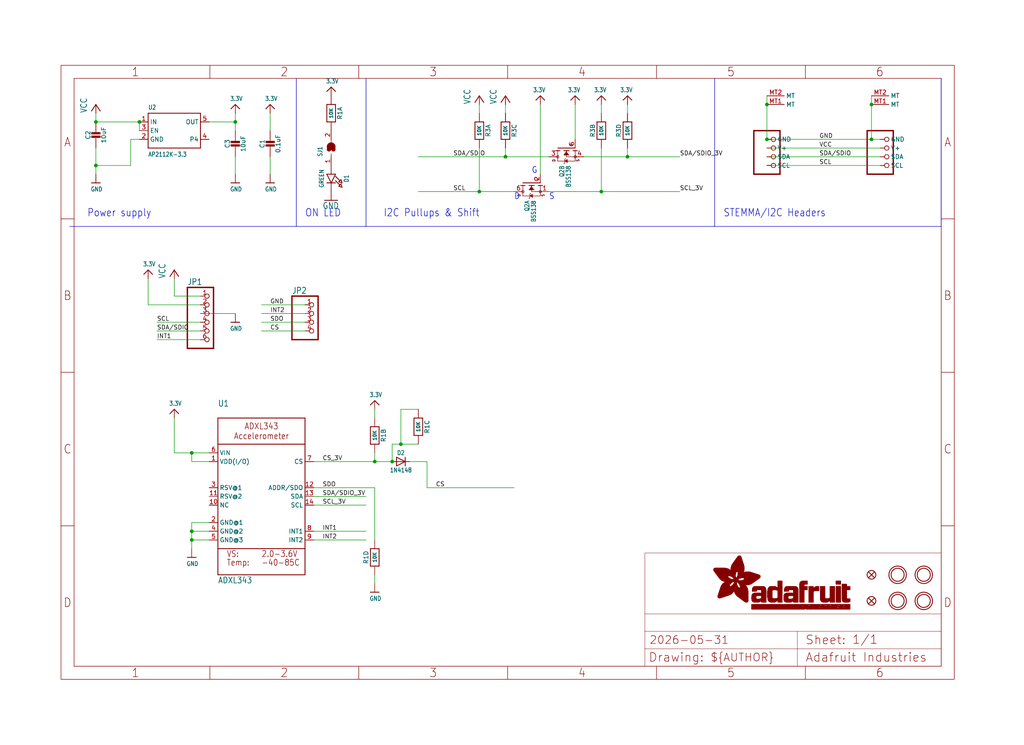
<source format=kicad_sch>
(kicad_sch (version 20230121) (generator eeschema)
  (paper "User" 298.45 217.322)
  (lib_symbols
    (symbol "working-eagle-import:3.3V" (power)
      (property "Value" "3.3V" (at -1.524 1.016 0))
      (symbol "3.3V_1_0"
        (pin power_in line (at 0 -2.54 90) (length 2.54) (name "3.3V") (number "1"))
      )
    )
    (symbol "working-eagle-import:ACCEL_ADXL343"
      (property "Reference" "U" (at -12.7 26.162 0))
      (symbol "ACCEL_ADXL343_1_0"
        (text "-40-85C" (at 0 -20.32 0) (effects (font (size 1.778 1.5113)) (justify left bottom)))
        (text "2.0-3.6V" (at 0 -17.78 0) (effects (font (size 1.778 1.5113)) (justify left bottom)))
        (text "ADXL343\nAccelerometer" (at 0 19.05 0) (effects (font (size 1.778 1.5113))))
        (text "Temp:" (at -10.16 -20.32 0) (effects (font (size 1.778 1.5113)) (justify left bottom)))
        (text "VS:" (at -10.16 -17.78 0) (effects (font (size 1.778 1.5113)) (justify left bottom)))
        (pin bidirectional line (at -15.24 10.16 0) (length 2.54) (name "VDD(I/O)") (number "1"))
        (pin bidirectional line (at -15.24 -2.54 0) (length 2.54) (name "NC") (number "10"))
        (pin bidirectional line (at -15.24 0 0) (length 2.54) (name "RSV@2") (number "11"))
        (pin bidirectional line (at 15.24 2.54 180) (length 2.54) (name "ADDR/SDO") (number "12"))
        (pin bidirectional line (at 15.24 0 180) (length 2.54) (name "SDA") (number "13"))
        (pin bidirectional line (at 15.24 -2.54 180) (length 2.54) (name "SCL") (number "14"))
        (pin bidirectional line (at -15.24 -7.62 0) (length 2.54) (name "GND@1") (number "2"))
        (pin bidirectional line (at -15.24 2.54 0) (length 2.54) (name "RSV@1") (number "3"))
        (pin bidirectional line (at -15.24 -10.16 0) (length 2.54) (name "GND@2") (number "4"))
        (pin bidirectional line (at -15.24 -12.7 0) (length 2.54) (name "GND@3") (number "5"))
        (pin bidirectional line (at -15.24 12.7 0) (length 2.54) (name "VIN") (number "6"))
        (pin bidirectional line (at 15.24 10.16 180) (length 2.54) (name "CS") (number "7"))
        (pin bidirectional line (at 15.24 -10.16 180) (length 2.54) (name "INT1") (number "8"))
        (pin bidirectional line (at 15.24 -12.7 180) (length 2.54) (name "INT2") (number "9"))
      )
    )
    (symbol "working-eagle-import:CAP_CERAMIC0603_NO"
      (property "Reference" "C" (at -2.29 1.25 90))
      (symbol "CAP_CERAMIC0603_NO_1_0"
        (pin passive line (at 0 5.08 270) (length 2.54) (name "1") (number "1"))
        (pin passive line (at 0 -2.54 90) (length 2.54) (name "2") (number "2"))
      )
    )
    (symbol "working-eagle-import:CAP_CERAMIC0805-NOOUTLINE"
      (property "Reference" "C" (at -2.29 1.25 90))
      (symbol "CAP_CERAMIC0805-NOOUTLINE_1_0"
        (pin passive line (at 0 5.08 270) (length 2.54) (name "1") (number "1"))
        (pin passive line (at 0 -2.54 90) (length 2.54) (name "2") (number "2"))
      )
    )
    (symbol "working-eagle-import:CAP_CERAMIC_0805MP"
      (property "Reference" "C" (at -2.29 1.25 90))
      (symbol "CAP_CERAMIC_0805MP_1_0"
        (pin passive line (at 0 5.08 270) (length 2.54) (name "1") (number "1"))
        (pin passive line (at 0 -2.54 90) (length 2.54) (name "2") (number "2"))
      )
    )
    (symbol "working-eagle-import:DIODESOD-323"
      (property "Reference" "D" (at 0 2.54 0))
      (symbol "DIODESOD-323_1_0"
        (pin passive line (at -2.54 0 0) (length 2.54) (name "A") (number "A"))
        (pin passive line (at 2.54 0 180) (length 2.54) (name "C") (number "C"))
      )
    )
    (symbol "working-eagle-import:FIDUCIAL_1MM")
    (symbol "working-eagle-import:FRAME_A4_ADAFRUIT"
      (symbol "FRAME_A4_ADAFRUIT_1_0"
        (text "${#}/${##}" (at 230.505 10.16 0) (effects (font (size 2.54 2.54)) (justify left bottom)))
        (text "${AUTHOR}" (at 189.23 5.08 0) (effects (font (size 2.286 2.286)) (justify left bottom)))
        (text "${CURRENT_DATE}" (at 171.45 10.16 0) (effects (font (size 2.286 2.286)) (justify left bottom)))
        (text "${PROJECTNAME}" (at 171.45 15.24 0) (effects (font (size 2.54 2.54)) (justify left bottom)))
        (text "1" (at 21.6958 1.905 0) (effects (font (size 2.54 2.286))))
        (text "1" (at 21.6958 177.165 0) (effects (font (size 2.54 2.286))))
        (text "2" (at 65.0875 1.905 0) (effects (font (size 2.54 2.286))))
        (text "2" (at 65.0875 177.165 0) (effects (font (size 2.54 2.286))))
        (text "3" (at 108.4792 1.905 0) (effects (font (size 2.54 2.286))))
        (text "3" (at 108.4792 177.165 0) (effects (font (size 2.54 2.286))))
        (text "4" (at 151.8708 1.905 0) (effects (font (size 2.54 2.286))))
        (text "4" (at 151.8708 177.165 0) (effects (font (size 2.54 2.286))))
        (text "5" (at 195.2625 1.905 0) (effects (font (size 2.54 2.286))))
        (text "5" (at 195.2625 177.165 0) (effects (font (size 2.54 2.286))))
        (text "6" (at 238.6542 1.905 0) (effects (font (size 2.54 2.286))))
        (text "6" (at 238.6542 177.165 0) (effects (font (size 2.54 2.286))))
        (text "A" (at 1.905 156.6863 0) (effects (font (size 2.54 2.286))))
        (text "A" (at 258.445 156.6863 0) (effects (font (size 2.54 2.286))))
        (text "Adafruit Industries" (at 216.916 4.953 0) (effects (font (size 2.54 2.54)) (justify left bottom)))
        (text "B" (at 1.905 111.9188 0) (effects (font (size 2.54 2.286))))
        (text "B" (at 258.445 111.9188 0) (effects (font (size 2.54 2.286))))
        (text "C" (at 1.905 67.1513 0) (effects (font (size 2.54 2.286))))
        (text "C" (at 258.445 67.1513 0) (effects (font (size 2.54 2.286))))
        (text "D" (at 1.905 22.3838 0) (effects (font (size 2.54 2.286))))
        (text "D" (at 258.445 22.3838 0) (effects (font (size 2.54 2.286))))
        (text "Drawing:" (at 171.196 4.953 0) (effects (font (size 2.54 2.54)) (justify left bottom)))
        (text "Sheet:" (at 216.916 10.033 0) (effects (font (size 2.54 2.54)) (justify left bottom)))
      )
    )
    (symbol "working-eagle-import:GND" (power)
      (property "Value" "GND" (at -1.524 -2.54 0))
      (symbol "GND_1_0"
        (pin power_in line (at 0 2.54 270) (length 2.54) (name "GND") (number "1"))
      )
    )
    (symbol "working-eagle-import:HEADER-1X4ROUND"
      (property "Reference" "JP" (at -6.35 8.255 0))
      (symbol "HEADER-1X4ROUND_1_0"
        (pin passive inverted (at -2.54 5.08 0) (length 2.54) (name "1") (number "1"))
        (pin passive inverted (at -2.54 2.54 0) (length 2.54) (name "2") (number "2"))
        (pin passive inverted (at -2.54 0 0) (length 2.54) (name "3") (number "3"))
        (pin passive inverted (at -2.54 -2.54 0) (length 2.54) (name "4") (number "4"))
      )
    )
    (symbol "working-eagle-import:HEADER-1X670MIL"
      (property "Reference" "JP" (at -6.35 10.795 0))
      (symbol "HEADER-1X670MIL_1_0"
        (pin passive inverted (at -2.54 7.62 0) (length 2.54) (name "1") (number "1"))
        (pin passive inverted (at -2.54 5.08 0) (length 2.54) (name "2") (number "2"))
        (pin passive inverted (at -2.54 2.54 0) (length 2.54) (name "3") (number "3"))
        (pin passive inverted (at -2.54 0 0) (length 2.54) (name "4") (number "4"))
        (pin passive inverted (at -2.54 -2.54 0) (length 2.54) (name "5") (number "5"))
        (pin passive inverted (at -2.54 -5.08 0) (length 2.54) (name "6") (number "6"))
      )
    )
    (symbol "working-eagle-import:LED0603_NOOUTLINE"
      (property "Reference" "D" (at -1.27 4.445 0))
      (symbol "LED0603_NOOUTLINE_1_0"
        (pin passive line (at -5.08 0 0) (length 2.54) (name "A") (number "A"))
        (pin passive line (at 2.54 0 180) (length 2.54) (name "C") (number "C"))
      )
    )
    (symbol "working-eagle-import:MOSFET-N_DUAL"
      (property "Reference" "Q" (at 5.08 0.635 0))
      (symbol "MOSFET-N_DUAL_1_0"
        (text "D" (at 3.175 3.175 0) (effects (font (size 0.8128 0.6908)) (justify left bottom)))
        (text "G" (at -1.27 -1.905 0) (effects (font (size 0.8128 0.6908)) (justify left bottom)))
        (text "S" (at 3.175 -3.81 0) (effects (font (size 0.8128 0.6908)) (justify left bottom)))
        (pin bidirectional line (at 2.54 -5.08 90) (length 2.54) (name "S") (number "1"))
        (pin bidirectional line (at -2.54 -2.54 0) (length 2.54) (name "G") (number "2"))
        (pin bidirectional line (at 2.54 5.08 270) (length 2.54) (name "D") (number "6"))
      )
      (symbol "MOSFET-N_DUAL_2_0"
        (text "D" (at 3.175 3.175 0) (effects (font (size 0.8128 0.6908)) (justify left bottom)))
        (text "G" (at -1.27 -1.905 0) (effects (font (size 0.8128 0.6908)) (justify left bottom)))
        (text "S" (at 3.175 -3.81 0) (effects (font (size 0.8128 0.6908)) (justify left bottom)))
        (pin bidirectional line (at 2.54 5.08 270) (length 2.54) (name "D") (number "3"))
        (pin bidirectional line (at 2.54 -5.08 90) (length 2.54) (name "S") (number "4"))
        (pin bidirectional line (at -2.54 -2.54 0) (length 2.54) (name "G") (number "5"))
      )
    )
    (symbol "working-eagle-import:MOUNTINGHOLE2.5")
    (symbol "working-eagle-import:RESISTOR_4PACK"
      (property "Reference" "R" (at 0 2.54 0))
      (symbol "RESISTOR_4PACK_1_0"
        (pin passive line (at -5.08 0 0) (length 2.54) (name "1") (number "1"))
        (pin passive line (at 5.08 0 180) (length 2.54) (name "2") (number "8"))
      )
      (symbol "RESISTOR_4PACK_2_0"
        (pin passive line (at -5.08 0 0) (length 2.54) (name "1") (number "2"))
        (pin passive line (at 5.08 0 180) (length 2.54) (name "2") (number "7"))
      )
      (symbol "RESISTOR_4PACK_3_0"
        (pin passive line (at -5.08 0 0) (length 2.54) (name "1") (number "3"))
        (pin passive line (at 5.08 0 180) (length 2.54) (name "2") (number "6"))
      )
      (symbol "RESISTOR_4PACK_4_0"
        (pin passive line (at -5.08 0 0) (length 2.54) (name "1") (number "4"))
        (pin passive line (at 5.08 0 180) (length 2.54) (name "2") (number "5"))
      )
    )
    (symbol "working-eagle-import:SOLDERJUMPERCLOSED"
      (property "Reference" "SJ" (at -2.54 2.54 0))
      (symbol "SOLDERJUMPERCLOSED_1_0"
        (pin passive line (at -5.08 0 0) (length 2.54) (name "1") (number "1"))
        (pin passive line (at 5.08 0 180) (length 2.54) (name "2") (number "2"))
      )
    )
    (symbol "working-eagle-import:STEMMA_I2C_QT"
      (symbol "STEMMA_I2C_QT_1_0"
        (pin passive inverted (at 0 5.08 0) (length 2.54) (name "GND") (number "1"))
        (pin passive inverted (at 0 2.54 0) (length 2.54) (name "V+") (number "2"))
        (pin passive inverted (at 0 0 0) (length 2.54) (name "SDA") (number "3"))
        (pin passive inverted (at 0 -2.54 0) (length 2.54) (name "SCL") (number "4"))
      )
      (symbol "STEMMA_I2C_QT_2_0"
        (pin bidirectional line (at 0 0 0) (length 5.08) (name "MT") (number "MT1"))
      )
      (symbol "STEMMA_I2C_QT_3_0"
        (pin bidirectional line (at 0 0 0) (length 5.08) (name "MT") (number "MT2"))
      )
    )
    (symbol "working-eagle-import:VCC" (power)
      (property "Value" "VCC" (at -2.54 -2.54 90))
      (symbol "VCC_1_0"
        (pin power_in line (at 0 -2.54 90) (length 2.54) (name "VCC") (number "1"))
      )
    )
    (symbol "working-eagle-import:VREG_SOT23-5"
      (property "Reference" "U" (at -7.62 6.096 0))
      (symbol "VREG_SOT23-5_1_0"
        (pin power_in line (at -10.16 2.54 0) (length 2.54) (name "IN") (number "1"))
        (pin power_in line (at -10.16 -2.54 0) (length 2.54) (name "GND") (number "2"))
        (pin input line (at -10.16 0 0) (length 2.54) (name "EN") (number "3"))
        (pin bidirectional line (at 10.16 -2.54 180) (length 2.54) (name "P4") (number "4"))
        (pin power_in line (at 10.16 2.54 180) (length 2.54) (name "OUT") (number "5"))
      )
    )
    (symbol "working-eagle-import:adafruit_power_3.3V" (power)
      (property "Value" "adafruit_power_3.3V" (at -1.524 1.016 0))
      (symbol "adafruit_power_3.3V_1_0"
        (pin power_in line (at 0 -2.54 90) (length 2.54) (name "3.3V") (number "1"))
      )
    )
    (symbol "working-eagle-import:supply1_GND" (power)
      (property "Value" "supply1_GND" (at -2.54 -2.54 0))
      (symbol "supply1_GND_1_0"
        (pin power_in line (at 0 2.54 270) (length 2.54) (name "GND") (number "1"))
      )
    )
  )
  (junction (at 116.84 129.54))
  (junction (at 223.52 30.48))
  (junction (at 68.58 35.56))
  (junction (at 139.7 55.88))
  (junction (at 175.26 55.88))
  (junction (at 109.22 134.62))
  (junction (at 27.94 35.56))
  (junction (at 55.88 132.08))
  (junction (at 254 40.64))
  (junction (at 114.3 134.62))
  (junction (at 182.88 45.72))
  (junction (at 55.88 157.48))
  (junction (at 55.88 154.94))
  (junction (at 147.32 45.72))
  (junction (at 223.52 40.64))
  (junction (at 27.94 48.26))
  (junction (at 40.64 35.56))
  (junction (at 254 30.48))
  (wire (pts (xy 254 27.94) (xy 254 30.48)) (stroke (width 0.1524)))
  (polyline (pts (xy 106.68 66.04) (xy 208.28 66.04)) (stroke (width 0.1524) (type solid)))
  (polyline (pts (xy 20.32 66.04) (xy 86.36 66.04)) (stroke (width 0.1524) (type solid)))
  (wire (pts (xy 167.64 40.64) (xy 167.64 30.48)) (stroke (width 0.1524)))
  (wire (pts (xy 124.46 134.62) (xy 124.46 142.24)) (stroke (width 0.1524)))
  (wire (pts (xy 109.22 167.64) (xy 109.22 170.18)) (stroke (width 0.1524)))
  (wire (pts (xy 182.88 43.18) (xy 182.88 45.72)) (stroke (width 0.1524)))
  (wire (pts (xy 55.88 132.08) (xy 60.96 132.08)) (stroke (width 0.1524)))
  (wire (pts (xy 27.94 48.26) (xy 27.94 50.8)) (stroke (width 0.1524)))
  (wire (pts (xy 55.88 157.48) (xy 55.88 160.02)) (stroke (width 0.1524)))
  (wire (pts (xy 109.22 134.62) (xy 109.22 132.08)) (stroke (width 0.1524)))
  (polyline (pts (xy 208.28 66.04) (xy 274.32 66.04)) (stroke (width 0.1524) (type solid)))
  (wire (pts (xy 78.74 45.72) (xy 78.74 50.8)) (stroke (width 0.1524)))
  (wire (pts (xy 109.22 142.24) (xy 109.22 157.48)) (stroke (width 0.1524)))
  (polyline (pts (xy 274.32 22.86) (xy 274.32 66.04)) (stroke (width 0.1524) (type solid)))
  (wire (pts (xy 157.48 50.8) (xy 157.48 30.48)) (stroke (width 0.1524)))
  (wire (pts (xy 68.58 45.72) (xy 68.58 50.8)) (stroke (width 0.1524)))
  (polyline (pts (xy 86.36 22.86) (xy 86.36 66.04)) (stroke (width 0.1524) (type solid)))
  (wire (pts (xy 58.42 96.52) (xy 45.72 96.52)) (stroke (width 0.1524)))
  (wire (pts (xy 182.88 33.02) (xy 182.88 30.48)) (stroke (width 0.1524)))
  (wire (pts (xy 88.9 96.52) (xy 76.2 96.52)) (stroke (width 0.1524)))
  (wire (pts (xy 58.42 99.06) (xy 45.72 99.06)) (stroke (width 0.1524)))
  (wire (pts (xy 91.44 157.48) (xy 106.68 157.48)) (stroke (width 0.1524)))
  (wire (pts (xy 121.92 119.38) (xy 116.84 119.38)) (stroke (width 0.1524)))
  (wire (pts (xy 147.32 43.18) (xy 147.32 45.72)) (stroke (width 0.1524)))
  (wire (pts (xy 175.26 55.88) (xy 198.12 55.88)) (stroke (width 0.1524)))
  (wire (pts (xy 43.18 88.9) (xy 43.18 81.28)) (stroke (width 0.1524)))
  (wire (pts (xy 50.8 132.08) (xy 55.88 132.08)) (stroke (width 0.1524)))
  (wire (pts (xy 40.64 35.56) (xy 27.94 35.56)) (stroke (width 0.1524)))
  (wire (pts (xy 139.7 30.48) (xy 139.7 33.02)) (stroke (width 0.1524)))
  (wire (pts (xy 114.3 134.62) (xy 114.3 129.54)) (stroke (width 0.1524)))
  (wire (pts (xy 58.42 86.36) (xy 50.8 86.36)) (stroke (width 0.1524)))
  (wire (pts (xy 40.64 38.1) (xy 40.64 35.56)) (stroke (width 0.1524)))
  (wire (pts (xy 60.96 157.48) (xy 55.88 157.48)) (stroke (width 0.1524)))
  (wire (pts (xy 175.26 33.02) (xy 175.26 30.48)) (stroke (width 0.1524)))
  (wire (pts (xy 38.1 48.26) (xy 27.94 48.26)) (stroke (width 0.1524)))
  (wire (pts (xy 88.9 93.98) (xy 76.2 93.98)) (stroke (width 0.1524)))
  (wire (pts (xy 91.44 144.78) (xy 106.68 144.78)) (stroke (width 0.1524)))
  (wire (pts (xy 60.96 152.4) (xy 55.88 152.4)) (stroke (width 0.1524)))
  (wire (pts (xy 124.46 134.62) (xy 119.38 134.62)) (stroke (width 0.1524)))
  (wire (pts (xy 58.42 93.98) (xy 45.72 93.98)) (stroke (width 0.1524)))
  (wire (pts (xy 254 40.64) (xy 223.52 40.64)) (stroke (width 0.1524)))
  (wire (pts (xy 55.88 134.62) (xy 55.88 132.08)) (stroke (width 0.1524)))
  (wire (pts (xy 88.9 88.9) (xy 76.2 88.9)) (stroke (width 0.1524)))
  (wire (pts (xy 124.46 142.24) (xy 149.86 142.24)) (stroke (width 0.1524)))
  (wire (pts (xy 116.84 119.38) (xy 116.84 129.54)) (stroke (width 0.1524)))
  (wire (pts (xy 60.96 154.94) (xy 55.88 154.94)) (stroke (width 0.1524)))
  (wire (pts (xy 109.22 134.62) (xy 91.44 134.62)) (stroke (width 0.1524)))
  (wire (pts (xy 27.94 48.26) (xy 27.94 43.18)) (stroke (width 0.1524)))
  (wire (pts (xy 55.88 154.94) (xy 55.88 157.48)) (stroke (width 0.1524)))
  (wire (pts (xy 60.96 134.62) (xy 55.88 134.62)) (stroke (width 0.1524)))
  (wire (pts (xy 147.32 45.72) (xy 121.92 45.72)) (stroke (width 0.1524)))
  (wire (pts (xy 60.96 35.56) (xy 68.58 35.56)) (stroke (width 0.1524)))
  (wire (pts (xy 175.26 43.18) (xy 175.26 55.88)) (stroke (width 0.1524)))
  (wire (pts (xy 182.88 45.72) (xy 198.12 45.72)) (stroke (width 0.1524)))
  (wire (pts (xy 50.8 86.36) (xy 50.8 81.28)) (stroke (width 0.1524)))
  (polyline (pts (xy 106.68 22.86) (xy 106.68 66.04)) (stroke (width 0.1524) (type solid)))
  (wire (pts (xy 223.52 43.18) (xy 256.54 43.18)) (stroke (width 0.1524)))
  (wire (pts (xy 91.44 147.32) (xy 106.68 147.32)) (stroke (width 0.1524)))
  (wire (pts (xy 160.02 55.88) (xy 175.26 55.88)) (stroke (width 0.1524)))
  (wire (pts (xy 38.1 40.64) (xy 38.1 48.26)) (stroke (width 0.1524)))
  (wire (pts (xy 223.52 30.48) (xy 223.52 40.64)) (stroke (width 0.1524)))
  (wire (pts (xy 78.74 33.02) (xy 78.74 38.1)) (stroke (width 0.1524)))
  (wire (pts (xy 91.44 142.24) (xy 109.22 142.24)) (stroke (width 0.1524)))
  (wire (pts (xy 116.84 129.54) (xy 121.92 129.54)) (stroke (width 0.1524)))
  (wire (pts (xy 256.54 45.72) (xy 223.52 45.72)) (stroke (width 0.1524)))
  (wire (pts (xy 139.7 43.18) (xy 139.7 55.88)) (stroke (width 0.1524)))
  (wire (pts (xy 50.8 132.08) (xy 50.8 121.92)) (stroke (width 0.1524)))
  (polyline (pts (xy 208.28 22.86) (xy 208.28 66.04)) (stroke (width 0.1524) (type solid)))
  (wire (pts (xy 139.7 55.88) (xy 121.92 55.88)) (stroke (width 0.1524)))
  (wire (pts (xy 160.02 45.72) (xy 147.32 45.72)) (stroke (width 0.1524)))
  (wire (pts (xy 147.32 33.02) (xy 147.32 30.48)) (stroke (width 0.1524)))
  (wire (pts (xy 55.88 152.4) (xy 55.88 154.94)) (stroke (width 0.1524)))
  (wire (pts (xy 40.64 40.64) (xy 38.1 40.64)) (stroke (width 0.1524)))
  (wire (pts (xy 223.52 27.94) (xy 223.52 30.48)) (stroke (width 0.1524)))
  (wire (pts (xy 254 30.48) (xy 254 40.64)) (stroke (width 0.1524)))
  (wire (pts (xy 109.22 119.38) (xy 109.22 121.92)) (stroke (width 0.1524)))
  (wire (pts (xy 223.52 48.26) (xy 256.54 48.26)) (stroke (width 0.1524)))
  (wire (pts (xy 68.58 35.56) (xy 68.58 38.1)) (stroke (width 0.1524)))
  (wire (pts (xy 91.44 154.94) (xy 106.68 154.94)) (stroke (width 0.1524)))
  (wire (pts (xy 58.42 88.9) (xy 43.18 88.9)) (stroke (width 0.1524)))
  (wire (pts (xy 170.18 45.72) (xy 182.88 45.72)) (stroke (width 0.1524)))
  (wire (pts (xy 149.86 55.88) (xy 139.7 55.88)) (stroke (width 0.1524)))
  (wire (pts (xy 68.58 35.56) (xy 68.58 33.02)) (stroke (width 0.1524)))
  (polyline (pts (xy 86.36 66.04) (xy 106.68 66.04)) (stroke (width 0.1524) (type solid)))
  (wire (pts (xy 256.54 40.64) (xy 254 40.64)) (stroke (width 0.1524)))
  (wire (pts (xy 76.2 91.44) (xy 88.9 91.44)) (stroke (width 0.1524)))
  (wire (pts (xy 27.94 33.02) (xy 27.94 35.56)) (stroke (width 0.1524)))
  (wire (pts (xy 114.3 129.54) (xy 116.84 129.54)) (stroke (width 0.1524)))
  (wire (pts (xy 109.22 134.62) (xy 114.3 134.62)) (stroke (width 0.1524)))
  (wire (pts (xy 58.42 91.44) (xy 68.58 91.44)) (stroke (width 0.1524)))
  (text "S" (at 160.02 58.42 0) (effects (font (size 1.778 1.5113)) (justify left bottom)))
  (text "Power supply" (at 25.4 63.5 0) (effects (font (size 2.1844 1.8567)) (justify left bottom)))
  (text "D" (at 149.86 58.42 0) (effects (font (size 1.778 1.5113)) (justify left bottom)))
  (text "G" (at 154.94 50.8 0) (effects (font (size 1.778 1.5113)) (justify left bottom)))
  (text "ON LED" (at 88.9 63.5 0) (effects (font (size 2.1844 1.8567)) (justify left bottom)))
  (text "I2C Pullups & Shift" (at 111.76 63.5 0) (effects (font (size 2.1844 1.8567)) (justify left bottom)))
  (text "STEMMA/I2C Headers" (at 210.82 63.5 0) (effects (font (size 2.1844 1.8567)) (justify left bottom)))
  (label "INT2" (at 78.74 91.44 0) (effects (font (size 1.2446 1.2446))))
  (label "SCL" (at 45.72 93.98 0) (effects (font (size 1.2446 1.2446))))
  (label "SDO" (at 78.74 93.98 0) (effects (font (size 1.2446 1.2446))))
  (label "CS_3V" (at 93.98 134.62 0) (effects (font (size 1.2446 1.2446))))
  (label "SCL" (at 132.08 55.88 0) (effects (font (size 1.2446 1.2446))))
  (label "INT1" (at 45.72 99.06 0) (effects (font (size 1.2446 1.2446))))
  (label "GND" (at 78.74 88.9 0) (effects (font (size 1.2446 1.2446))))
  (label "INT2" (at 93.98 157.48 0) (effects (font (size 1.2446 1.2446))))
  (label "CS" (at 127 142.24 0) (effects (font (size 1.2446 1.2446))))
  (label "SCL_3V" (at 198.12 55.88 0) (effects (font (size 1.2446 1.2446))))
  (label "SDA/SDIO" (at 238.76 45.72 0) (effects (font (size 1.2446 1.2446))))
  (label "CS" (at 78.74 96.52 0) (effects (font (size 1.2446 1.2446))))
  (label "VCC" (at 238.76 43.18 0) (effects (font (size 1.2446 1.2446))))
  (label "SDA/SDIO" (at 132.08 45.72 0) (effects (font (size 1.2446 1.2446))))
  (label "SCL" (at 238.76 48.26 0) (effects (font (size 1.2446 1.2446))))
  (label "SDA/SDIO" (at 45.72 96.52 0) (effects (font (size 1.2446 1.2446))))
  (label "GND" (at 238.76 40.64 0) (effects (font (size 1.2446 1.2446))))
  (label "SDO" (at 93.98 142.24 0) (effects (font (size 1.2446 1.2446))))
  (label "SDA/SDIO_3V" (at 198.12 45.72 0) (effects (font (size 1.2446 1.2446))))
  (label "SCL_3V" (at 93.98 147.32 0) (effects (font (size 1.2446 1.2446))))
  (label "INT1" (at 93.98 154.94 0) (effects (font (size 1.2446 1.2446))))
  (label "SDA/SDIO_3V" (at 93.98 144.78 0) (effects (font (size 1.2446 1.2446))))
  (symbol (lib_id "working-eagle-import:adafruit_power_3.3V") (at 157.48 27.94 0) (mirror y) (unit 1)
    (property "Reference" "#U$26" (effects hide))
    (property "Value" "3.3V" (at 159.004 26.924 0) (effects (font (size 1.27 1.0795)) (justify left bottom)))
  )
  (symbol (lib_id "working-eagle-import:HEADER-1X670MIL") (at 60.96 93.98 0) (unit 1)
    (property "Reference" "JP1" (at 54.61 83.185 0) (effects (font (size 1.778 1.5113)) (justify left bottom)))
    (property "Value" "HEADER-1X670MIL" (effects hide))
    (property "Footprint" "working:1X06_ROUND_70" (effects hide))
  )
  (symbol (lib_id "working-eagle-import:STEMMA_I2C_QT") (at 223.52 45.72 0) (unit 1)
    (property "Reference" "CONN3" (effects hide))
    (property "Value" "STEMMA_I2C_QT" (effects hide))
    (property "Footprint" "working:JST_SH4" (effects hide))
  )
  (symbol (lib_id "working-eagle-import:GND") (at 68.58 53.34 0) (unit 1)
    (property "Reference" "#U$5" (effects hide))
    (property "Value" "GND" (at 67.056 55.88 0) (effects (font (size 1.27 1.0795)) (justify left bottom)))
  )
  (symbol (lib_id "working-eagle-import:RESISTOR_4PACK") (at 96.52 33.02 270) (unit 1)
    (property "Reference" "R1" (at 99.06 33.02 0))
    (property "Value" "10K" (at 96.52 33.02 0) (effects (font (size 1.016 1.016) bold)))
    (property "Footprint" "working:RESPACK_4X0603" (effects hide))
  )
  (symbol (lib_id "working-eagle-import:STEMMA_I2C_QT") (at 223.52 30.48 0) (unit 2)
    (property "Reference" "CONN3" (effects hide))
    (property "Value" "STEMMA_I2C_QT" (effects hide))
    (property "Footprint" "working:JST_SH4" (effects hide))
  )
  (symbol (lib_id "working-eagle-import:CAP_CERAMIC0805-NOOUTLINE") (at 68.58 43.18 0) (unit 1)
    (property "Reference" "C3" (at 66.29 41.93 90))
    (property "Value" "10uF" (at 70.88 41.93 90))
    (property "Footprint" "working:0805-NO" (effects hide))
  )
  (symbol (lib_id "working-eagle-import:adafruit_power_3.3V") (at 43.18 78.74 0) (unit 1)
    (property "Reference" "#U$16" (effects hide))
    (property "Value" "3.3V" (at 41.656 77.724 0) (effects (font (size 1.27 1.0795)) (justify left bottom)))
  )
  (symbol (lib_id "working-eagle-import:RESISTOR_4PACK") (at 109.22 162.56 90) (unit 4)
    (property "Reference" "R1" (at 106.68 162.56 0))
    (property "Value" "10K" (at 109.22 162.56 0) (effects (font (size 1.016 1.016) bold)))
    (property "Footprint" "working:RESPACK_4X0603" (effects hide))
  )
  (symbol (lib_id "working-eagle-import:RESISTOR_4PACK") (at 139.7 38.1 270) (unit 1)
    (property "Reference" "R3" (at 142.24 38.1 0))
    (property "Value" "10K" (at 139.7 38.1 0) (effects (font (size 1.016 1.016) bold)))
    (property "Footprint" "working:RESPACK_4X0603" (effects hide))
  )
  (symbol (lib_id "working-eagle-import:adafruit_power_3.3V") (at 68.58 30.48 0) (unit 1)
    (property "Reference" "#U$15" (effects hide))
    (property "Value" "3.3V" (at 67.056 29.464 0) (effects (font (size 1.27 1.0795)) (justify left bottom)))
  )
  (symbol (lib_id "working-eagle-import:DIODESOD-323") (at 116.84 134.62 0) (unit 1)
    (property "Reference" "D2" (at 116.84 132.08 0) (effects (font (size 1.27 1.0795))))
    (property "Value" "1N4148" (at 116.84 137.12 0) (effects (font (size 1.27 1.0795))))
    (property "Footprint" "working:SOD-323" (effects hide))
  )
  (symbol (lib_id "working-eagle-import:STEMMA_I2C_QT") (at 254 27.94 0) (unit 3)
    (property "Reference" "CONN4" (effects hide))
    (property "Value" "STEMMA_I2C_QT" (effects hide))
    (property "Footprint" "working:JST_SH4" (effects hide))
  )
  (symbol (lib_id "working-eagle-import:RESISTOR_4PACK") (at 109.22 127 270) (unit 2)
    (property "Reference" "R1" (at 111.76 127 0))
    (property "Value" "10K" (at 109.22 127 0) (effects (font (size 1.016 1.016) bold)))
    (property "Footprint" "working:RESPACK_4X0603" (effects hide))
  )
  (symbol (lib_id "working-eagle-import:ACCEL_ADXL343") (at 76.2 144.78 0) (unit 1)
    (property "Reference" "U1" (at 63.5 118.618 0) (effects (font (size 1.778 1.5113)) (justify left bottom)))
    (property "Value" "ADXL343" (at 63.5 170.18 0) (effects (font (size 1.778 1.5113)) (justify left bottom)))
    (property "Footprint" "working:LGA14" (effects hide))
  )
  (symbol (lib_id "working-eagle-import:MOUNTINGHOLE2.5") (at 261.62 167.64 0) (unit 1)
    (property "Reference" "U$17" (effects hide))
    (property "Value" "MOUNTINGHOLE2.5" (effects hide))
    (property "Footprint" "working:MOUNTINGHOLE_2.5_PLATED" (effects hide))
  )
  (symbol (lib_id "working-eagle-import:CAP_CERAMIC_0805MP") (at 27.94 40.64 0) (unit 1)
    (property "Reference" "C2" (at 25.65 39.39 90))
    (property "Value" "10uF" (at 30.24 39.39 90))
    (property "Footprint" "working:_0805MP" (effects hide))
  )
  (symbol (lib_id "working-eagle-import:STEMMA_I2C_QT") (at 256.54 45.72 0) (unit 1)
    (property "Reference" "CONN4" (effects hide))
    (property "Value" "STEMMA_I2C_QT" (effects hide))
    (property "Footprint" "working:JST_SH4" (effects hide))
  )
  (symbol (lib_id "working-eagle-import:CAP_CERAMIC0603_NO") (at 78.74 43.18 0) (unit 1)
    (property "Reference" "C1" (at 76.45 41.93 90))
    (property "Value" "0.1uF" (at 81.04 41.93 90))
    (property "Footprint" "working:0603-NO" (effects hide))
  )
  (symbol (lib_id "working-eagle-import:STEMMA_I2C_QT") (at 254 30.48 0) (unit 2)
    (property "Reference" "CONN4" (effects hide))
    (property "Value" "STEMMA_I2C_QT" (effects hide))
    (property "Footprint" "working:JST_SH4" (effects hide))
  )
  (symbol (lib_id "working-eagle-import:FIDUCIAL_1MM") (at 254 175.26 0) (unit 1)
    (property "Reference" "FID3" (effects hide))
    (property "Value" "FIDUCIAL_1MM" (effects hide))
    (property "Footprint" "working:FIDUCIAL_1MM" (effects hide))
  )
  (symbol (lib_id "working-eagle-import:GND") (at 68.58 93.98 0) (unit 1)
    (property "Reference" "#U$10" (effects hide))
    (property "Value" "GND" (at 67.056 96.52 0) (effects (font (size 1.27 1.0795)) (justify left bottom)))
  )
  (symbol (lib_id "working-eagle-import:RESISTOR_4PACK") (at 182.88 38.1 90) (mirror x) (unit 4)
    (property "Reference" "R3" (at 180.34 38.1 0))
    (property "Value" "10K" (at 182.88 38.1 0) (effects (font (size 1.016 1.016) bold)))
    (property "Footprint" "working:RESPACK_4X0603" (effects hide))
  )
  (symbol (lib_id "working-eagle-import:adafruit_power_3.3V") (at 175.26 27.94 0) (mirror y) (unit 1)
    (property "Reference" "#U$24" (effects hide))
    (property "Value" "3.3V" (at 176.784 26.924 0) (effects (font (size 1.27 1.0795)) (justify left bottom)))
  )
  (symbol (lib_id "working-eagle-import:MOUNTINGHOLE2.5") (at 269.24 167.64 0) (unit 1)
    (property "Reference" "U$19" (effects hide))
    (property "Value" "MOUNTINGHOLE2.5" (effects hide))
    (property "Footprint" "working:MOUNTINGHOLE_2.5_PLATED" (effects hide))
  )
  (symbol (lib_id "working-eagle-import:MOUNTINGHOLE2.5") (at 261.62 175.26 0) (unit 1)
    (property "Reference" "U$1" (effects hide))
    (property "Value" "MOUNTINGHOLE2.5" (effects hide))
    (property "Footprint" "working:MOUNTINGHOLE_2.5_PLATED" (effects hide))
  )
  (symbol (lib_id "working-eagle-import:HEADER-1X4ROUND") (at 91.44 93.98 0) (unit 1)
    (property "Reference" "JP2" (at 85.09 85.725 0) (effects (font (size 1.778 1.5113)) (justify left bottom)))
    (property "Value" "HEADER-1X4ROUND" (effects hide))
    (property "Footprint" "working:1X04_ROUND" (effects hide))
  )
  (symbol (lib_id "working-eagle-import:FIDUCIAL_1MM") (at 254 167.64 0) (unit 1)
    (property "Reference" "FID4" (effects hide))
    (property "Value" "FIDUCIAL_1MM" (effects hide))
    (property "Footprint" "working:FIDUCIAL_1MM" (effects hide))
  )
  (symbol (lib_id "working-eagle-import:FRAME_A4_ADAFRUIT") (at 17.78 198.12 0) (unit 1)
    (property "Reference" "#U$18" (effects hide))
    (property "Value" "FRAME_A4_ADAFRUIT" (effects hide))
  )
  (symbol (lib_id "working-eagle-import:3.3V") (at 50.8 119.38 0) (unit 1)
    (property "Reference" "#U$9" (effects hide))
    (property "Value" "3.3V" (at 49.276 118.364 0) (effects (font (size 1.27 1.0795)) (justify left bottom)))
  )
  (symbol (lib_id "working-eagle-import:RESISTOR_4PACK") (at 175.26 38.1 90) (mirror x) (unit 2)
    (property "Reference" "R3" (at 172.72 38.1 0))
    (property "Value" "10K" (at 175.26 38.1 0) (effects (font (size 1.016 1.016) bold)))
    (property "Footprint" "working:RESPACK_4X0603" (effects hide))
  )
  (symbol (lib_id "working-eagle-import:GND") (at 109.22 172.72 0) (unit 1)
    (property "Reference" "#U$8" (effects hide))
    (property "Value" "GND" (at 107.696 175.26 0) (effects (font (size 1.27 1.0795)) (justify left bottom)))
  )
  (symbol (lib_id "working-eagle-import:adafruit_power_3.3V") (at 182.88 27.94 0) (mirror y) (unit 1)
    (property "Reference" "#U$7" (effects hide))
    (property "Value" "3.3V" (at 184.404 26.924 0) (effects (font (size 1.27 1.0795)) (justify left bottom)))
  )
  (symbol (lib_id "working-eagle-import:MOUNTINGHOLE2.5") (at 269.24 175.26 0) (unit 1)
    (property "Reference" "U$21" (effects hide))
    (property "Value" "MOUNTINGHOLE2.5" (effects hide))
    (property "Footprint" "working:MOUNTINGHOLE_2.5_PLATED" (effects hide))
  )
  (symbol (lib_id "working-eagle-import:MOSFET-N_DUAL") (at 154.94 53.34 90) (mirror x) (unit 1)
    (property "Reference" "Q2" (at 154.305 58.42 0) (effects (font (size 1.27 1.0795)) (justify left bottom)))
    (property "Value" "BSS138" (at 156.21 58.42 0) (effects (font (size 1.27 1.0795)) (justify left bottom)))
    (property "Footprint" "working:SOT363" (effects hide))
  )
  (symbol (lib_id "working-eagle-import:GND") (at 55.88 162.56 0) (unit 1)
    (property "Reference" "#U$2" (effects hide))
    (property "Value" "GND" (at 54.356 165.1 0) (effects (font (size 1.27 1.0795)) (justify left bottom)))
  )
  (symbol (lib_id "working-eagle-import:GND") (at 78.74 53.34 0) (unit 1)
    (property "Reference" "#U$6" (effects hide))
    (property "Value" "GND" (at 77.216 55.88 0) (effects (font (size 1.27 1.0795)) (justify left bottom)))
  )
  (symbol (lib_id "working-eagle-import:3.3V") (at 109.22 116.84 0) (unit 1)
    (property "Reference" "#U$12" (effects hide))
    (property "Value" "3.3V" (at 107.696 115.824 0) (effects (font (size 1.27 1.0795)) (justify left bottom)))
  )
  (symbol (lib_id "working-eagle-import:STEMMA_I2C_QT") (at 223.52 27.94 0) (unit 3)
    (property "Reference" "CONN3" (effects hide))
    (property "Value" "STEMMA_I2C_QT" (effects hide))
    (property "Footprint" "working:JST_SH4" (effects hide))
  )
  (symbol (lib_id "working-eagle-import:adafruit_power_3.3V") (at 96.52 25.4 0) (unit 1)
    (property "Reference" "#U$3" (effects hide))
    (property "Value" "3.3V" (at 94.996 24.384 0) (effects (font (size 1.27 1.0795)) (justify left bottom)))
  )
  (symbol (lib_id "working-eagle-import:MOSFET-N_DUAL") (at 165.1 43.18 90) (mirror x) (unit 2)
    (property "Reference" "Q2" (at 164.465 48.26 0) (effects (font (size 1.27 1.0795)) (justify left bottom)))
    (property "Value" "BSS138" (at 166.37 48.26 0) (effects (font (size 1.27 1.0795)) (justify left bottom)))
    (property "Footprint" "working:SOT363" (effects hide))
  )
  (symbol (lib_id "working-eagle-import:adafruit_power_3.3V") (at 167.64 27.94 0) (mirror y) (unit 1)
    (property "Reference" "#U$23" (effects hide))
    (property "Value" "3.3V" (at 169.164 26.924 0) (effects (font (size 1.27 1.0795)) (justify left bottom)))
  )
  (symbol (lib_id "working-eagle-import:supply1_GND") (at 96.52 58.42 0) (unit 1)
    (property "Reference" "#GND6" (effects hide))
    (property "Value" "GND" (at 93.98 60.96 0) (effects (font (size 1.778 1.5113)) (justify left bottom)))
  )
  (symbol (lib_id "working-eagle-import:VREG_SOT23-5") (at 50.8 38.1 0) (unit 1)
    (property "Reference" "U2" (at 43.18 32.004 0) (effects (font (size 1.27 1.0795)) (justify left bottom)))
    (property "Value" "AP2112K-3.3" (at 43.18 45.72 0) (effects (font (size 1.27 1.0795)) (justify left bottom)))
    (property "Footprint" "working:SOT23-5" (effects hide))
  )
  (symbol (lib_id "working-eagle-import:RESISTOR_4PACK") (at 121.92 124.46 270) (unit 3)
    (property "Reference" "R1" (at 124.46 124.46 0))
    (property "Value" "10K" (at 121.92 124.46 0) (effects (font (size 1.016 1.016) bold)))
    (property "Footprint" "working:RESPACK_4X0603" (effects hide))
  )
  (symbol (lib_id "working-eagle-import:VCC") (at 139.7 27.94 0) (unit 1)
    (property "Reference" "#P+1" (effects hide))
    (property "Value" "VCC" (at 137.16 30.48 90) (effects (font (size 1.778 1.5113)) (justify left bottom)))
  )
  (symbol (lib_id "working-eagle-import:LED0603_NOOUTLINE") (at 96.52 53.34 270) (unit 1)
    (property "Reference" "D1" (at 100.965 52.07 0) (effects (font (size 1.27 1.0795))))
    (property "Value" "GREEN" (at 93.726 52.07 0) (effects (font (size 1.27 1.0795))))
    (property "Footprint" "working:CHIPLED_0603_NOOUTLINE" (effects hide))
  )
  (symbol (lib_id "working-eagle-import:adafruit_power_3.3V") (at 78.74 30.48 0) (unit 1)
    (property "Reference" "#U$14" (effects hide))
    (property "Value" "3.3V" (at 77.216 29.464 0) (effects (font (size 1.27 1.0795)) (justify left bottom)))
  )
  (symbol (lib_id "working-eagle-import:VCC") (at 147.32 27.94 0) (unit 1)
    (property "Reference" "#P+2" (effects hide))
    (property "Value" "VCC" (at 144.78 30.48 90) (effects (font (size 1.778 1.5113)) (justify left bottom)))
  )
  (symbol (lib_id "working-eagle-import:SOLDERJUMPERCLOSED") (at 96.52 43.18 90) (unit 1)
    (property "Reference" "SJ1" (at 93.98 45.72 0) (effects (font (size 1.27 1.0795)) (justify left bottom)))
    (property "Value" "SOLDERJUMPERCLOSED" (effects hide))
    (property "Footprint" "working:SOLDERJUMPER_CLOSEDWIRE" (effects hide))
  )
  (symbol (lib_id "working-eagle-import:VCC") (at 27.94 30.48 0) (unit 1)
    (property "Reference" "#P+3" (effects hide))
    (property "Value" "VCC" (at 25.4 33.02 90) (effects (font (size 1.778 1.5113)) (justify left bottom)))
  )
  (symbol (lib_id "working-eagle-import:VCC") (at 50.8 78.74 0) (unit 1)
    (property "Reference" "#P+4" (effects hide))
    (property "Value" "VCC" (at 48.26 81.28 90) (effects (font (size 1.778 1.5113)) (justify left bottom)))
  )
  (symbol (lib_id "working-eagle-import:RESISTOR_4PACK") (at 147.32 38.1 270) (unit 3)
    (property "Reference" "R3" (at 149.86 38.1 0))
    (property "Value" "10K" (at 147.32 38.1 0) (effects (font (size 1.016 1.016) bold)))
    (property "Footprint" "working:RESPACK_4X0603" (effects hide))
  )
  (symbol (lib_id "working-eagle-import:GND") (at 27.94 53.34 0) (unit 1)
    (property "Reference" "#U$13" (effects hide))
    (property "Value" "GND" (at 26.416 55.88 0) (effects (font (size 1.27 1.0795)) (justify left bottom)))
  )
)
</source>
